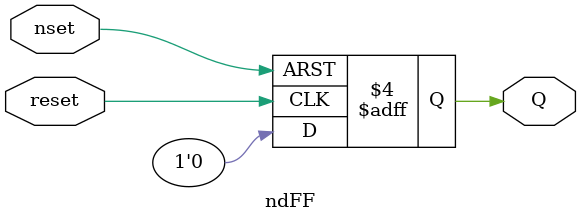
<source format=v>
module ndFF ( nset, reset, Q );
   input  nset;            
   input  reset;           
   output Q ;              
   reg    Q ;
   always @(negedge nset or posedge reset)
     begin
	if (nset ==1'b0)  Q  = 1'b1;
	else if (reset==1'b1) Q  = 1'b0;
     end
endmodule
</source>
